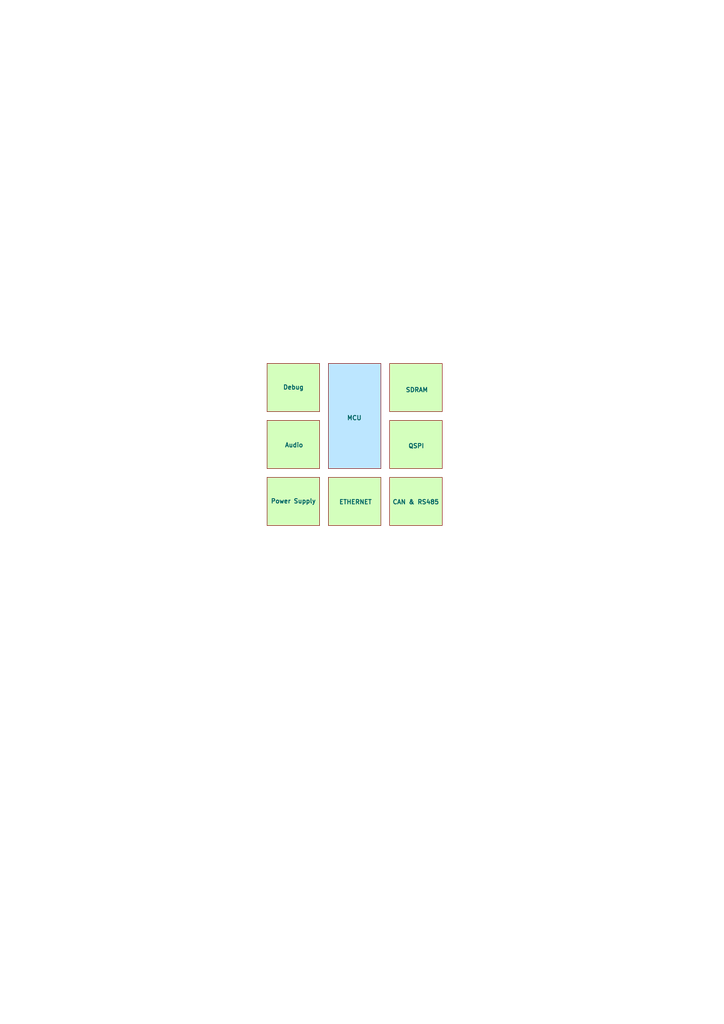
<source format=kicad_sch>
(kicad_sch
	(version 20231120)
	(generator "eeschema")
	(generator_version "8.0")
	(uuid "1275479d-260c-4c72-a54e-11c5c84873ce")
	(paper "A4" portrait)
	(title_block
		(title "Hexagon")
		(company "Pickplace Consulting GmbH")
	)
	(lib_symbols)
	(sheet
		(at 95.25 138.43)
		(size 15.24 13.97)
		(stroke
			(width 0.1524)
			(type solid)
		)
		(fill
			(color 212 255 189 1.0000)
		)
		(uuid "18b696bf-3a5e-4c90-88a7-711e695eb509")
		(property "Sheetname" "ETHERNET"
			(at 98.298 146.304 0)
			(effects
				(font
					(size 1.27 1.27)
					(bold yes)
				)
				(justify left bottom)
			)
		)
		(property "Sheetfile" "Ethernet.kicad_sch"
			(at 95.25 152.9846 0)
			(effects
				(font
					(size 1.27 1.27)
				)
				(justify left top)
				(hide yes)
			)
		)
		(instances
			(project "RA8M1"
				(path "/1275479d-260c-4c72-a54e-11c5c84873ce"
					(page "9")
				)
			)
		)
	)
	(sheet
		(at 77.47 138.43)
		(size 15.24 13.97)
		(stroke
			(width 0.1524)
			(type solid)
		)
		(fill
			(color 212 255 189 1.0000)
		)
		(uuid "1b45876b-7a31-4ea9-8a61-5ded1d3fe7b8")
		(property "Sheetname" "Power Supply"
			(at 78.486 146.05 0)
			(effects
				(font
					(size 1.27 1.27)
					(bold yes)
				)
				(justify left bottom)
			)
		)
		(property "Sheetfile" "PS.kicad_sch"
			(at 77.47 151.7146 0)
			(effects
				(font
					(size 1.27 1.27)
				)
				(justify left top)
				(hide yes)
			)
		)
		(instances
			(project "RA8M1"
				(path "/1275479d-260c-4c72-a54e-11c5c84873ce"
					(page "7")
				)
			)
		)
	)
	(sheet
		(at 95.25 105.41)
		(size 15.24 30.48)
		(stroke
			(width 0.1524)
			(type solid)
		)
		(fill
			(color 188 230 255 1.0000)
		)
		(uuid "58dcdb18-5f65-478f-a75f-c44c44f22480")
		(property "Sheetname" "MCU"
			(at 100.584 121.92 0)
			(effects
				(font
					(size 1.27 1.27)
					(bold yes)
				)
				(justify left bottom)
			)
		)
		(property "Sheetfile" "MCU.kicad_sch"
			(at 95.25 175.8446 0)
			(effects
				(font
					(size 1.27 1.27)
				)
				(justify left top)
				(hide yes)
			)
		)
		(instances
			(project "RA8M1"
				(path "/1275479d-260c-4c72-a54e-11c5c84873ce"
					(page "2")
				)
			)
		)
	)
	(sheet
		(at 113.03 121.92)
		(size 15.24 13.97)
		(stroke
			(width 0.1524)
			(type solid)
		)
		(fill
			(color 212 255 189 1.0000)
		)
		(uuid "5edc9086-a8e3-4eab-a8f1-1fad2a5cade5")
		(property "Sheetname" "QSPI"
			(at 118.364 130.048 0)
			(effects
				(font
					(size 1.27 1.27)
					(bold yes)
				)
				(justify left bottom)
			)
		)
		(property "Sheetfile" "QSPI.kicad_sch"
			(at 113.03 137.7446 0)
			(effects
				(font
					(size 1.27 1.27)
				)
				(justify left top)
				(hide yes)
			)
		)
		(instances
			(project "RA8M1"
				(path "/1275479d-260c-4c72-a54e-11c5c84873ce"
					(page "5")
				)
			)
		)
	)
	(sheet
		(at 113.03 105.41)
		(size 15.24 13.97)
		(stroke
			(width 0.1524)
			(type solid)
		)
		(fill
			(color 212 255 189 1.0000)
		)
		(uuid "7f99a99c-ad93-4e8f-97dc-54dd75659232")
		(property "Sheetname" "SDRAM"
			(at 117.602 113.792 0)
			(effects
				(font
					(size 1.27 1.27)
					(bold yes)
				)
				(justify left bottom)
			)
		)
		(property "Sheetfile" "SDRAM.kicad_sch"
			(at 113.03 119.9646 0)
			(effects
				(font
					(size 1.27 1.27)
				)
				(justify left top)
				(hide yes)
			)
		)
		(instances
			(project "RA8M1"
				(path "/1275479d-260c-4c72-a54e-11c5c84873ce"
					(page "4")
				)
			)
		)
	)
	(sheet
		(at 113.03 138.43)
		(size 15.24 13.97)
		(stroke
			(width 0.1524)
			(type solid)
		)
		(fill
			(color 212 255 189 1.0000)
		)
		(uuid "9df6e35e-19cd-4563-be14-7907cb88ba0e")
		(property "Sheetname" "CAN & RS485"
			(at 113.792 146.304 0)
			(effects
				(font
					(size 1.27 1.27)
					(bold yes)
				)
				(justify left bottom)
			)
		)
		(property "Sheetfile" "CAN.kicad_sch"
			(at 113.03 152.9846 0)
			(effects
				(font
					(size 1.27 1.27)
				)
				(justify left top)
				(hide yes)
			)
		)
		(instances
			(project "RA8M1"
				(path "/1275479d-260c-4c72-a54e-11c5c84873ce"
					(page "8")
				)
			)
		)
	)
	(sheet
		(at 77.47 121.92)
		(size 15.24 13.97)
		(stroke
			(width 0.1524)
			(type solid)
		)
		(fill
			(color 212 255 189 1.0000)
		)
		(uuid "bb277733-cd90-4b49-be48-9a6081756f83")
		(property "Sheetname" "Audio"
			(at 82.55 129.794 0)
			(effects
				(font
					(size 1.27 1.27)
					(bold yes)
				)
				(justify left bottom)
			)
		)
		(property "Sheetfile" "Audio.kicad_sch"
			(at 77.47 136.4746 0)
			(effects
				(font
					(size 1.27 1.27)
				)
				(justify left top)
				(hide yes)
			)
		)
		(instances
			(project "RA8M1"
				(path "/1275479d-260c-4c72-a54e-11c5c84873ce"
					(page "6")
				)
			)
		)
	)
	(sheet
		(at 77.47 105.41)
		(size 15.24 13.97)
		(stroke
			(width 0.1524)
			(type solid)
		)
		(fill
			(color 212 255 189 1.0000)
		)
		(uuid "cf5928f2-eb5c-40d3-b982-8f17768ccad0")
		(property "Sheetname" "Debug"
			(at 82.042 113.03 0)
			(effects
				(font
					(size 1.27 1.27)
					(bold yes)
				)
				(justify left bottom)
			)
		)
		(property "Sheetfile" "Debug.kicad_sch"
			(at 77.47 119.9646 0)
			(effects
				(font
					(size 1.27 1.27)
				)
				(justify left top)
				(hide yes)
			)
		)
		(instances
			(project "RA8M1"
				(path "/1275479d-260c-4c72-a54e-11c5c84873ce"
					(page "3")
				)
			)
		)
	)
	(sheet_instances
		(path "/"
			(page "1")
		)
	)
)

</source>
